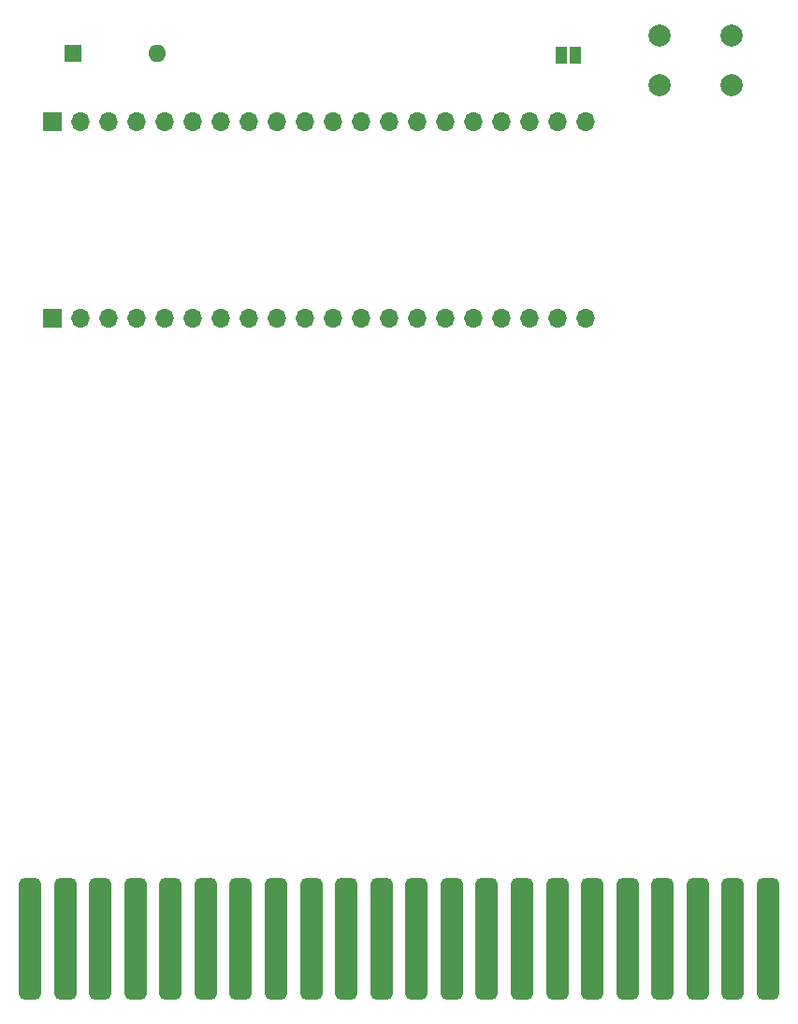
<source format=gts>
G04 #@! TF.GenerationSoftware,KiCad,Pcbnew,8.0.5*
G04 #@! TF.CreationDate,2024-10-04T03:51:19+02:00*
G04 #@! TF.ProjectId,SD-10005v,53442d31-3030-4303-9576-2e6b69636164,rev?*
G04 #@! TF.SameCoordinates,Original*
G04 #@! TF.FileFunction,Soldermask,Top*
G04 #@! TF.FilePolarity,Negative*
%FSLAX46Y46*%
G04 Gerber Fmt 4.6, Leading zero omitted, Abs format (unit mm)*
G04 Created by KiCad (PCBNEW 8.0.5) date 2024-10-04 03:51:19*
%MOMM*%
%LPD*%
G01*
G04 APERTURE LIST*
G04 Aperture macros list*
%AMRoundRect*
0 Rectangle with rounded corners*
0 $1 Rounding radius*
0 $2 $3 $4 $5 $6 $7 $8 $9 X,Y pos of 4 corners*
0 Add a 4 corners polygon primitive as box body*
4,1,4,$2,$3,$4,$5,$6,$7,$8,$9,$2,$3,0*
0 Add four circle primitives for the rounded corners*
1,1,$1+$1,$2,$3*
1,1,$1+$1,$4,$5*
1,1,$1+$1,$6,$7*
1,1,$1+$1,$8,$9*
0 Add four rect primitives between the rounded corners*
20,1,$1+$1,$2,$3,$4,$5,0*
20,1,$1+$1,$4,$5,$6,$7,0*
20,1,$1+$1,$6,$7,$8,$9,0*
20,1,$1+$1,$8,$9,$2,$3,0*%
G04 Aperture macros list end*
%ADD10R,1.700000X1.700000*%
%ADD11O,1.700000X1.700000*%
%ADD12R,1.600000X1.600000*%
%ADD13O,1.600000X1.600000*%
%ADD14C,2.000000*%
%ADD15R,1.000000X1.500000*%
%ADD16RoundRect,0.500000X-0.500000X-5.000000X0.500000X-5.000000X0.500000X5.000000X-0.500000X5.000000X0*%
G04 APERTURE END LIST*
D10*
G04 #@! TO.C,J1*
X76520000Y-60800000D03*
D11*
X79060000Y-60800000D03*
X81600000Y-60800000D03*
X84140000Y-60800000D03*
X86680000Y-60800000D03*
X89220000Y-60800000D03*
X91760000Y-60800000D03*
X94300000Y-60800000D03*
X96840000Y-60800000D03*
X99380000Y-60800000D03*
X101920000Y-60800000D03*
X104460000Y-60800000D03*
X107000000Y-60800000D03*
X109540000Y-60800000D03*
X112080000Y-60800000D03*
X114620000Y-60800000D03*
X117160000Y-60800000D03*
X119700000Y-60800000D03*
X122240000Y-60800000D03*
X124780000Y-60800000D03*
G04 #@! TD*
D12*
G04 #@! TO.C,D1*
X78359000Y-36830000D03*
D13*
X85979000Y-36830000D03*
G04 #@! TD*
D10*
G04 #@! TO.C,J2*
X76500000Y-43000000D03*
D11*
X79040000Y-43000000D03*
X81580000Y-43000000D03*
X84120000Y-43000000D03*
X86660000Y-43000000D03*
X89200000Y-43000000D03*
X91740000Y-43000000D03*
X94280000Y-43000000D03*
X96820000Y-43000000D03*
X99360000Y-43000000D03*
X101900000Y-43000000D03*
X104440000Y-43000000D03*
X106980000Y-43000000D03*
X109520000Y-43000000D03*
X112060000Y-43000000D03*
X114600000Y-43000000D03*
X117140000Y-43000000D03*
X119680000Y-43000000D03*
X122220000Y-43000000D03*
X124760000Y-43000000D03*
G04 #@! TD*
D14*
G04 #@! TO.C,SW1*
X131500000Y-35200000D03*
X138000000Y-35200000D03*
X131500000Y-39700000D03*
X138000000Y-39700000D03*
G04 #@! TD*
D15*
G04 #@! TO.C,JP1*
X123840000Y-36957000D03*
X122540000Y-36957000D03*
G04 #@! TD*
D16*
G04 #@! TO.C,CON1*
X74500000Y-116900000D03*
X77680000Y-116900000D03*
X80860000Y-116900000D03*
X84040000Y-116900000D03*
X87220000Y-116900000D03*
X90400000Y-116900000D03*
X93580000Y-116900000D03*
X96760000Y-116900000D03*
X99940000Y-116900000D03*
X103120000Y-116900000D03*
X106300000Y-116900000D03*
X109480000Y-116900000D03*
X112660000Y-116900000D03*
X115840000Y-116900000D03*
X119020000Y-116900000D03*
X122200000Y-116900000D03*
X125380000Y-116900000D03*
X128560000Y-116900000D03*
X131740000Y-116900000D03*
X134920000Y-116900000D03*
X138100000Y-116900000D03*
X141280000Y-116900000D03*
G04 #@! TD*
M02*

</source>
